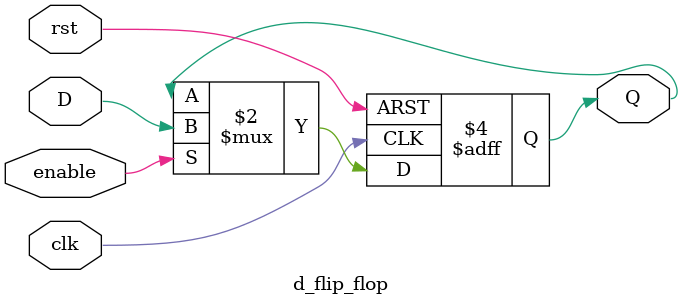
<source format=v>
`timescale 1ns / 1ps


module d_flip_flop(
    output reg Q,
    input D,
    input clk,
    input rst,
    input enable
    );
    
    // This module replicates the working of the D flip flop
    always @ (posedge clk, posedge rst) 
    begin
        if (rst)
          Q <= 0;
        else if (enable)
          Q <= D;
    end
endmodule

</source>
